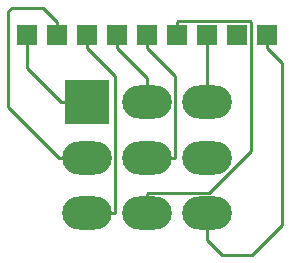
<source format=gbr>
G04 #@! TF.GenerationSoftware,KiCad,Pcbnew,(5.1.5-0-10_14)*
G04 #@! TF.CreationDate,2020-11-20T21:37:45+01:00*
G04 #@! TF.ProjectId,3pdt-breakout,33706474-2d62-4726-9561-6b6f75742e6b,rev?*
G04 #@! TF.SameCoordinates,Original*
G04 #@! TF.FileFunction,Copper,L1,Top*
G04 #@! TF.FilePolarity,Positive*
%FSLAX46Y46*%
G04 Gerber Fmt 4.6, Leading zero omitted, Abs format (unit mm)*
G04 Created by KiCad (PCBNEW (5.1.5-0-10_14)) date 2020-11-20 21:37:45*
%MOMM*%
%LPD*%
G04 APERTURE LIST*
%ADD10O,4.200000X2.800000*%
%ADD11R,3.816000X3.816000*%
%ADD12R,1.700000X1.700000*%
%ADD13C,0.250000*%
G04 APERTURE END LIST*
D10*
X235585000Y-68835000D03*
X235585000Y-64135000D03*
X235585000Y-59435000D03*
X230505000Y-68835000D03*
X230505000Y-64135000D03*
X230505000Y-59435000D03*
X225425000Y-68835000D03*
X225425000Y-64135000D03*
D11*
X225425000Y-59435000D03*
D12*
X222885000Y-53721000D03*
X230505000Y-53721000D03*
X238125000Y-53721000D03*
X220345000Y-53721000D03*
X225425000Y-53721000D03*
X227965000Y-53721000D03*
X233045000Y-53721000D03*
X235585000Y-53721000D03*
X240665000Y-53721000D03*
D13*
X222885000Y-52621000D02*
X221699000Y-51435000D01*
X222885000Y-53721000D02*
X222885000Y-52621000D01*
X219075000Y-51435000D02*
X218790010Y-51719990D01*
X221699000Y-51435000D02*
X219075000Y-51435000D01*
X223075000Y-64135000D02*
X225425000Y-64135000D01*
X218790010Y-59850010D02*
X223075000Y-64135000D01*
X218790010Y-51719990D02*
X218790010Y-59850010D01*
X232855000Y-64135000D02*
X230505000Y-64135000D01*
X232930010Y-57246010D02*
X232930010Y-64059990D01*
X230505000Y-54821000D02*
X232930010Y-57246010D01*
X232930010Y-64059990D02*
X232855000Y-64135000D01*
X230505000Y-53721000D02*
X230505000Y-54821000D01*
X223267000Y-59435000D02*
X225425000Y-59435000D01*
X220345000Y-56513000D02*
X223267000Y-59435000D01*
X220345000Y-53721000D02*
X220345000Y-56513000D01*
X227850010Y-68759990D02*
X227775000Y-68835000D01*
X227850010Y-57246010D02*
X227850010Y-68759990D01*
X225425000Y-54821000D02*
X227850010Y-57246010D01*
X227775000Y-68835000D02*
X225425000Y-68835000D01*
X225425000Y-53721000D02*
X225425000Y-54821000D01*
X230505000Y-57361000D02*
X230505000Y-57785000D01*
X227965000Y-54821000D02*
X230505000Y-57361000D01*
X230505000Y-57785000D02*
X230505000Y-59435000D01*
X227965000Y-53721000D02*
X227965000Y-54821000D01*
X230505000Y-67185000D02*
X230505000Y-68835000D01*
X235749542Y-67109990D02*
X230580010Y-67109990D01*
X239300001Y-63559531D02*
X235749542Y-67109990D01*
X239235001Y-52545999D02*
X239300001Y-52610999D01*
X233120001Y-52545999D02*
X239235001Y-52545999D01*
X230580010Y-67109990D02*
X230505000Y-67185000D01*
X239300001Y-52610999D02*
X239300001Y-63559531D01*
X233045000Y-52621000D02*
X233120001Y-52545999D01*
X233045000Y-53721000D02*
X233045000Y-52621000D01*
X235585000Y-53721000D02*
X235585000Y-59435000D01*
X240665000Y-54821000D02*
X241935000Y-56091000D01*
X240665000Y-53721000D02*
X240665000Y-54821000D01*
X241935000Y-69850000D02*
X239395000Y-72390000D01*
X241935000Y-56091000D02*
X241935000Y-69850000D01*
X239395000Y-72390000D02*
X236855000Y-72390000D01*
X235585000Y-71120000D02*
X235585000Y-68835000D01*
X236855000Y-72390000D02*
X235585000Y-71120000D01*
M02*

</source>
